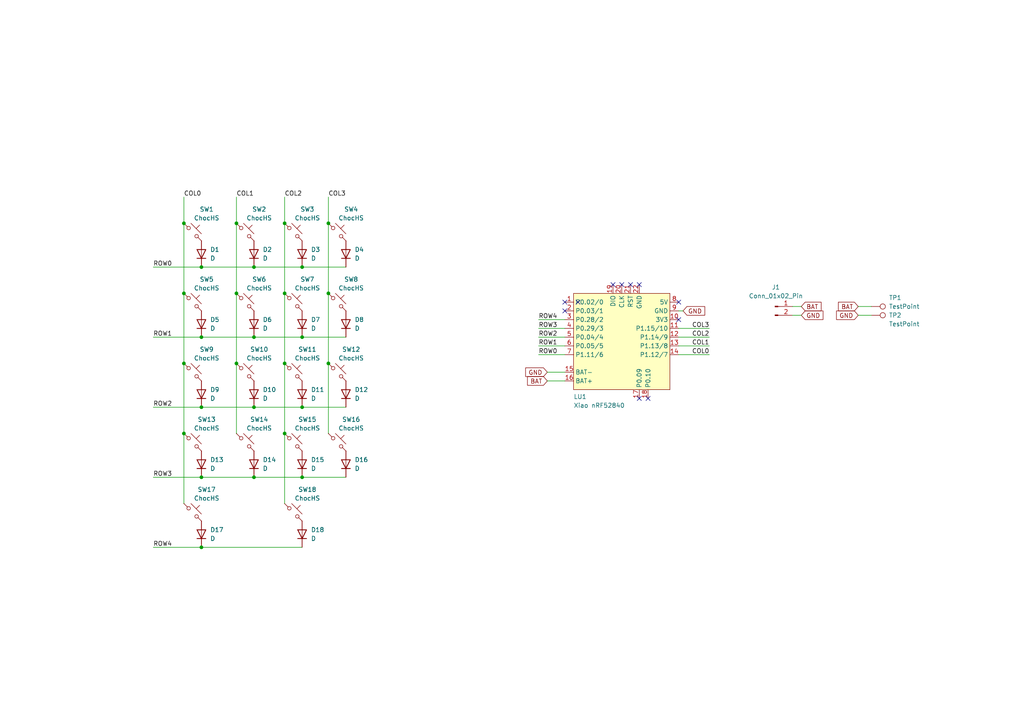
<source format=kicad_sch>
(kicad_sch (version 20250114) (generator "eeschema") (generator_version "9.0")
  (paper "A4")
  (lib_symbols
    (symbol "Connector:Conn_01x02_Pin" (pin_names (offset 1.016) (hide yes))
      (property "Reference" "J" (at 0 2.54 0))
      (property "Value" "Conn_01x02_Pin" (at 0 -5.08 0))
      (symbol "Conn_01x02_Pin_1_1"
        (rectangle (start 0.8636 0.127) (end 0 -0.127) (stroke (width 0.1524)) (fill (type outline)))
        (rectangle (start 0.8636 -2.413) (end 0 -2.667) (stroke (width 0.1524)) (fill (type outline)))
        (polyline (pts (xy 1.27 0) (xy 0.8636 0)) (stroke (width 0.1524)))
        (polyline (pts (xy 1.27 -2.54) (xy 0.8636 -2.54)) (stroke (width 0.1524)))
        (pin passive line (at 5.08 0 180) (length 3.81) (name "Pin_1") (number "1"))
        (pin passive line (at 5.08 -2.54 180) (length 3.81) (name "Pin_2") (number "2"))
      )
    )
    (symbol "Connector:TestPoint" (pin_numbers (hide yes)) (pin_names (offset 0.762) (hide yes))
      (property "Reference" "TP" (at 0 6.858 0))
      (property "Value" "TestPoint" (at 0 5.08 0))
      (symbol "TestPoint_0_1"
        (circle (center 0 3.302) (radius 0.762))
      )
      (symbol "TestPoint_1_1"
        (pin passive line (at 0 0 90) (length 2.54) (name "1") (number "1"))
      )
    )
    (symbol "Device:D" (pin_numbers (hide yes)) (pin_names (offset 1.016) (hide yes))
      (property "Reference" "D" (at 0 2.54 0))
      (property "Value" "D" (at 0 -2.54 0))
      (symbol "D_0_1"
        (polyline (pts (xy -1.27 1.27) (xy -1.27 -1.27)) (stroke (width 0.254)))
        (polyline (pts (xy 1.27 1.27) (xy 1.27 -1.27) (xy -1.27 0) (xy 1.27 1.27)) (stroke (width 0.254)))
        (polyline (pts (xy 1.27 0) (xy -1.27 0)))
      )
      (symbol "D_1_1"
        (pin passive line (at -3.81 0 0) (length 2.54) (name "K") (number "1"))
        (pin passive line (at 3.81 0 180) (length 2.54) (name "A") (number "2"))
      )
    )
    (symbol "PCM_marbastlib-promicroish:Seeeduino_Xiao_nRF52840" (in_bom no)
      (property "Reference" "U" (at -10.16 -12.7 0))
      (property "Value" "Seeeduino Xiao nRF52840" (at -10.16 -15.24 0))
      (symbol "Seeeduino_Xiao_nRF52840_1_0"
        (pin bidirectional line (at -16.51 13.97 0) (length 2.54) (name "P0.02/0") (number "1"))
        (pin bidirectional line (at -16.51 11.43 0) (length 2.54) (name "P0.03/1") (number "2"))
        (pin bidirectional line (at -16.51 8.89 0) (length 2.54) (name "P0.28/2") (number "3"))
        (pin bidirectional line (at -16.51 6.35 0) (length 2.54) (name "P0.29/3") (number "4"))
        (pin bidirectional line (at -16.51 3.81 0) (length 2.54) (name "P0.04/4") (number "5"))
        (pin bidirectional line (at -16.51 1.27 0) (length 2.54) (name "P0.05/5") (number "6"))
        (pin bidirectional line (at -16.51 -1.27 0) (length 2.54) (name "P1.11/6") (number "7"))
        (pin power_in line (at -16.51 -6.35 0) (length 2.54) (name "BAT-") (number "15"))
        (pin power_in line (at -16.51 -8.89 0) (length 2.54) (name "BAT+") (number "16"))
        (pin bidirectional line (at -2.54 19.05 270) (length 2.54) (name "DIO") (number "19"))
        (pin bidirectional line (at 0 19.05 270) (length 2.54) (name "CLK") (number "20"))
        (pin bidirectional line (at 2.54 19.05 270) (length 2.54) (name "RST") (number "21"))
        (pin power_out line (at 5.08 19.05 270) (length 2.54) (name "GND") (number "22"))
        (pin bidirectional line (at 5.08 -13.97 90) (length 2.54) (name "P0.09") (number "17"))
        (pin bidirectional line (at 7.62 -13.97 90) (length 2.54) (name "P0.10") (number "18"))
        (pin power_out line (at 16.51 13.97 180) (length 2.54) (name "5V") (number "8"))
        (pin power_out line (at 16.51 11.43 180) (length 2.54) (name "GND") (number "9"))
        (pin power_out line (at 16.51 8.89 180) (length 2.54) (name "3V3") (number "10"))
        (pin bidirectional line (at 16.51 6.35 180) (length 2.54) (name "P1.15/10") (number "11"))
        (pin bidirectional line (at 16.51 3.81 180) (length 2.54) (name "P1.14/9") (number "12"))
        (pin bidirectional line (at 16.51 1.27 180) (length 2.54) (name "P1.13/8") (number "13"))
        (pin bidirectional line (at 16.51 -1.27 180) (length 2.54) (name "P1.12/7") (number "14"))
      )
      (symbol "Seeeduino_Xiao_nRF52840_1_1"
        (rectangle (start -13.97 16.51) (end 13.97 -11.43) (fill (type background)))
      )
    )
    (symbol "Switch:SW_Push_45deg" (pin_numbers (hide yes)) (pin_names (offset 1.016) (hide yes))
      (property "Reference" "SW" (at 3.048 1.016 0))
      (property "Value" "SW_Push_45deg" (at 0 -3.81 0))
      (symbol "SW_Push_45deg_0_1"
        (polyline (pts (xy -2.54 2.54) (xy -1.524 1.524) (xy -1.524 1.524)))
        (circle (center -1.1684 1.1684) (radius 0.508))
        (polyline (pts (xy -0.508 2.54) (xy 2.54 -0.508)))
        (polyline (pts (xy 1.016 1.016) (xy 2.032 2.032)))
        (circle (center 1.143 -1.1938) (radius 0.508))
        (polyline (pts (xy 1.524 -1.524) (xy 2.54 -2.54) (xy 2.54 -2.54) (xy 2.54 -2.54)))
        (pin passive line (at -2.54 2.54 0) (length 0) (name "1") (number "1"))
        (pin passive line (at 2.54 -2.54 180) (length 0) (name "2") (number "2"))
      )
    )
  )
  (junction (at 73.66 97.79))
  (junction (at 58.42 77.47))
  (junction (at 73.66 138.43))
  (junction (at 58.42 118.11))
  (junction (at 82.55 64.77))
  (junction (at 58.42 158.75))
  (junction (at 68.58 85.09))
  (junction (at 95.25 64.77))
  (junction (at 82.55 105.41))
  (junction (at 87.63 97.79))
  (junction (at 68.58 64.77))
  (junction (at 58.42 138.43))
  (junction (at 53.34 64.77))
  (junction (at 68.58 105.41))
  (junction (at 82.55 125.73))
  (junction (at 53.34 105.41))
  (junction (at 53.34 125.73))
  (junction (at 82.55 85.09))
  (junction (at 73.66 118.11))
  (junction (at 87.63 77.47))
  (junction (at 95.25 85.09))
  (junction (at 73.66 77.47))
  (junction (at 87.63 118.11))
  (junction (at 87.63 138.43))
  (junction (at 58.42 97.79))
  (junction (at 53.34 85.09))
  (junction (at 95.25 105.41))
  (no_connect (at 182.88 82.55))
  (no_connect (at 177.8 82.55))
  (no_connect (at 196.85 87.63))
  (no_connect (at 163.83 87.63))
  (no_connect (at 185.42 82.55))
  (no_connect (at 185.42 115.57))
  (no_connect (at 163.83 90.17))
  (no_connect (at 167.64 87.63))
  (no_connect (at 180.34 82.55))
  (no_connect (at 187.96 115.57))
  (no_connect (at 196.85 92.71))
  (wire (pts (xy 196.85 100.33) (xy 205.74 100.33)))
  (wire (pts (xy 87.63 138.43) (xy 100.33 138.43)))
  (wire (pts (xy 68.58 105.41) (xy 68.58 125.73)))
  (wire (pts (xy 156.21 97.79) (xy 163.83 97.79)))
  (wire (pts (xy 58.42 77.47) (xy 73.66 77.47)))
  (wire (pts (xy 58.42 118.11) (xy 73.66 118.11)))
  (wire (pts (xy 44.45 97.79) (xy 58.42 97.79)))
  (wire (pts (xy 53.34 125.73) (xy 53.34 146.05)))
  (wire (pts (xy 248.92 91.44) (xy 252.73 91.44)))
  (wire (pts (xy 53.34 57.15) (xy 53.34 64.77)))
  (wire (pts (xy 158.75 110.49) (xy 163.83 110.49)))
  (wire (pts (xy 196.85 97.79) (xy 205.74 97.79)))
  (wire (pts (xy 156.21 95.25) (xy 163.83 95.25)))
  (wire (pts (xy 58.42 158.75) (xy 87.63 158.75)))
  (wire (pts (xy 53.34 105.41) (xy 53.34 125.73)))
  (wire (pts (xy 229.87 91.44) (xy 232.41 91.44)))
  (wire (pts (xy 73.66 138.43) (xy 87.63 138.43)))
  (wire (pts (xy 156.21 100.33) (xy 163.83 100.33)))
  (wire (pts (xy 229.87 88.9) (xy 232.41 88.9)))
  (wire (pts (xy 248.92 88.9) (xy 252.73 88.9)))
  (wire (pts (xy 196.85 90.17) (xy 198.12 90.17)))
  (wire (pts (xy 82.55 105.41) (xy 82.55 125.73)))
  (wire (pts (xy 95.25 85.09) (xy 95.25 105.41)))
  (wire (pts (xy 95.25 105.41) (xy 95.25 125.73)))
  (wire (pts (xy 53.34 85.09) (xy 53.34 105.41)))
  (wire (pts (xy 73.66 118.11) (xy 87.63 118.11)))
  (wire (pts (xy 87.63 77.47) (xy 100.33 77.47)))
  (wire (pts (xy 82.55 125.73) (xy 82.55 146.05)))
  (wire (pts (xy 156.21 102.87) (xy 163.83 102.87)))
  (wire (pts (xy 44.45 138.43) (xy 58.42 138.43)))
  (wire (pts (xy 87.63 97.79) (xy 100.33 97.79)))
  (wire (pts (xy 196.85 95.25) (xy 205.74 95.25)))
  (wire (pts (xy 82.55 85.09) (xy 82.55 105.41)))
  (wire (pts (xy 95.25 64.77) (xy 95.25 85.09)))
  (wire (pts (xy 196.85 102.87) (xy 205.74 102.87)))
  (wire (pts (xy 82.55 57.15) (xy 82.55 64.77)))
  (wire (pts (xy 68.58 85.09) (xy 68.58 105.41)))
  (wire (pts (xy 68.58 64.77) (xy 68.58 85.09)))
  (wire (pts (xy 58.42 138.43) (xy 73.66 138.43)))
  (wire (pts (xy 82.55 64.77) (xy 82.55 85.09)))
  (wire (pts (xy 95.25 57.15) (xy 95.25 64.77)))
  (wire (pts (xy 87.63 118.11) (xy 100.33 118.11)))
  (wire (pts (xy 158.75 107.95) (xy 163.83 107.95)))
  (wire (pts (xy 156.21 92.71) (xy 163.83 92.71)))
  (wire (pts (xy 58.42 97.79) (xy 73.66 97.79)))
  (wire (pts (xy 44.45 158.75) (xy 58.42 158.75)))
  (wire (pts (xy 73.66 97.79) (xy 87.63 97.79)))
  (wire (pts (xy 68.58 57.15) (xy 68.58 64.77)))
  (wire (pts (xy 44.45 118.11) (xy 58.42 118.11)))
  (wire (pts (xy 44.45 77.47) (xy 58.42 77.47)))
  (wire (pts (xy 73.66 77.47) (xy 87.63 77.47)))
  (wire (pts (xy 53.34 64.77) (xy 53.34 85.09)))
  (label "ROW0" (at 44.45 77.47 0))
  (label "ROW3" (at 44.45 138.43 0))
  (label "COL0" (at 53.34 57.15 0))
  (label "ROW2" (at 44.45 118.11 0))
  (label "COL1" (at 205.74 100.33 180))
  (label "COL2" (at 205.74 97.79 180))
  (label "COL3" (at 205.74 95.25 180))
  (label "COL0" (at 205.74 102.87 180))
  (label "ROW2" (at 156.21 97.79 0))
  (label "ROW3" (at 156.21 95.25 0))
  (label "COL3" (at 95.25 57.15 0))
  (label "COL2" (at 82.55 57.15 0))
  (label "COL1" (at 68.58 57.15 0))
  (label "ROW0" (at 156.21 102.87 0))
  (label "ROW4" (at 156.21 92.71 0))
  (label "ROW4" (at 44.45 158.75 0))
  (label "ROW1" (at 156.21 100.33 0))
  (label "ROW1" (at 44.45 97.79 0))
  (global_label "GND" (shape input) (at 198.12 90.17 0) (property "Intersheetrefs" "${INTERSHEET_REFS}" (effects (hide yes))))
  (global_label "BAT" (shape input) (at 248.92 88.9 180) (property "Intersheetrefs" "${INTERSHEET_REFS}" (effects (hide yes))))
  (global_label "GND" (shape input) (at 248.92 91.44 180) (property "Intersheetrefs" "${INTERSHEET_REFS}" (effects (hide yes))))
  (global_label "BAT" (shape input) (at 232.41 88.9 0) (property "Intersheetrefs" "${INTERSHEET_REFS}" (effects (hide yes))))
  (global_label "GND" (shape input) (at 158.75 107.95 180) (property "Intersheetrefs" "${INTERSHEET_REFS}" (effects (hide yes))))
  (global_label "GND" (shape input) (at 232.41 91.44 0) (property "Intersheetrefs" "${INTERSHEET_REFS}" (effects (hide yes))))
  (global_label "BAT" (shape input) (at 158.75 110.49 180) (property "Intersheetrefs" "${INTERSHEET_REFS}" (effects (hide yes))))
  (symbol (lib_id "Device:D") (at 58.42 114.3 90) (unit 1)
    (property "Reference" "D9" (at 60.96 113.0299 90) (effects (justify right)))
    (property "Value" "D" (at 60.96 115.5699 90) (effects (justify right)))
    (property "Footprint" "TOTEMlib:Diode_SOD123" (effects (hide yes)))
    (property "Description" "Diode" (effects (hide yes)))
    (property "Sim.Device" "D" (effects (hide yes)))
    (property "Sim.Pins" "1=K 2=A" (effects (hide yes)))
  )
  (symbol (lib_id "Switch:SW_Push_45deg") (at 55.88 87.63 0) (unit 1)
    (property "Reference" "SW5" (at 59.944 81.026 0))
    (property "Value" "ChocHS" (at 59.944 83.566 0))
    (property "Footprint" "pcb-footprints:Kailh_PG1350_1353_Combo_No_Socket" (effects (hide yes)))
  )
  (symbol (lib_id "Device:D") (at 87.63 134.62 90) (unit 1)
    (property "Reference" "D15" (at 90.17 133.3499 90) (effects (justify right)))
    (property "Value" "D" (at 90.17 135.8899 90) (effects (justify right)))
    (property "Footprint" "TOTEMlib:Diode_SOD123" (effects (hide yes)))
    (property "Description" "Diode" (effects (hide yes)))
    (property "Sim.Device" "D" (effects (hide yes)))
    (property "Sim.Pins" "1=K 2=A" (effects (hide yes)))
  )
  (symbol (lib_id "Device:D") (at 73.66 134.62 90) (unit 1)
    (property "Reference" "D14" (at 76.2 133.3499 90) (effects (justify right)))
    (property "Value" "D" (at 76.2 135.8899 90) (effects (justify right)))
    (property "Footprint" "TOTEMlib:Diode_SOD123" (effects (hide yes)))
    (property "Description" "Diode" (effects (hide yes)))
    (property "Sim.Device" "D" (effects (hide yes)))
    (property "Sim.Pins" "1=K 2=A" (effects (hide yes)))
  )
  (symbol (lib_id "Device:D") (at 58.42 134.62 90) (unit 1)
    (property "Reference" "D13" (at 60.96 133.3499 90) (effects (justify right)))
    (property "Value" "D" (at 60.96 135.8899 90) (effects (justify right)))
    (property "Footprint" "TOTEMlib:Diode_SOD123" (effects (hide yes)))
    (property "Description" "Diode" (effects (hide yes)))
    (property "Sim.Device" "D" (effects (hide yes)))
    (property "Sim.Pins" "1=K 2=A" (effects (hide yes)))
  )
  (symbol (lib_id "Switch:SW_Push_45deg") (at 97.79 87.63 0) (unit 1)
    (property "Reference" "SW8" (at 101.854 81.026 0))
    (property "Value" "ChocHS" (at 101.854 83.566 0))
    (property "Footprint" "pcb-footprints:Kailh_PG1350_1353_Combo_No_Socket" (effects (hide yes)))
  )
  (symbol (lib_id "Connector:TestPoint") (at 252.73 88.9 270) (unit 1)
    (property "Reference" "TP1" (at 257.81 86.36 90) (effects (justify left)))
    (property "Value" "TestPoint" (at 257.81 88.9 90) (effects (justify left)))
    (property "Footprint" "TestPoint:TestPoint_Pad_D2.0mm" (effects (hide yes)))
    (property "Description" "test point" (effects (hide yes)))
  )
  (symbol (lib_id "Device:D") (at 73.66 93.98 90) (unit 1)
    (property "Reference" "D6" (at 76.2 92.7099 90) (effects (justify right)))
    (property "Value" "D" (at 76.2 95.2499 90) (effects (justify right)))
    (property "Footprint" "TOTEMlib:Diode_SOD123" (effects (hide yes)))
    (property "Description" "Diode" (effects (hide yes)))
    (property "Sim.Device" "D" (effects (hide yes)))
    (property "Sim.Pins" "1=K 2=A" (effects (hide yes)))
  )
  (symbol (lib_id "Switch:SW_Push_45deg") (at 55.88 148.59 0) (unit 1)
    (property "Reference" "SW17" (at 59.944 141.986 0))
    (property "Value" "ChocHS" (at 59.944 144.526 0))
    (property "Footprint" "pcb-footprints:Kailh_PG1350_1353_Combo_No_Socket" (effects (hide yes)))
  )
  (symbol (lib_id "Switch:SW_Push_45deg") (at 71.12 67.31 0) (unit 1)
    (property "Reference" "SW2" (at 75.184 60.706 0))
    (property "Value" "ChocHS" (at 75.184 63.246 0))
    (property "Footprint" "pcb-footprints:Kailh_PG1350_1353_Combo_No_Socket" (effects (hide yes)))
  )
  (symbol (lib_id "Device:D") (at 100.33 114.3 90) (unit 1)
    (property "Reference" "D12" (at 102.87 113.0299 90) (effects (justify right)))
    (property "Value" "D" (at 102.87 115.5699 90) (effects (justify right)))
    (property "Footprint" "TOTEMlib:Diode_SOD123" (effects (hide yes)))
    (property "Description" "Diode" (effects (hide yes)))
    (property "Sim.Device" "D" (effects (hide yes)))
    (property "Sim.Pins" "1=K 2=A" (effects (hide yes)))
  )
  (symbol (lib_id "Device:D") (at 73.66 114.3 90) (unit 1)
    (property "Reference" "D10" (at 76.2 113.0299 90) (effects (justify right)))
    (property "Value" "D" (at 76.2 115.5699 90) (effects (justify right)))
    (property "Footprint" "TOTEMlib:Diode_SOD123" (effects (hide yes)))
    (property "Description" "Diode" (effects (hide yes)))
    (property "Sim.Device" "D" (effects (hide yes)))
    (property "Sim.Pins" "1=K 2=A" (effects (hide yes)))
  )
  (symbol (lib_id "Switch:SW_Push_45deg") (at 97.79 107.95 0) (unit 1)
    (property "Reference" "SW12" (at 101.854 101.346 0))
    (property "Value" "ChocHS" (at 101.854 103.886 0))
    (property "Footprint" "pcb-footprints:Kailh_PG1350_1353_Combo_No_Socket" (effects (hide yes)))
  )
  (symbol (lib_id "Device:D") (at 58.42 93.98 90) (unit 1)
    (property "Reference" "D5" (at 60.96 92.7099 90) (effects (justify right)))
    (property "Value" "D" (at 60.96 95.2499 90) (effects (justify right)))
    (property "Footprint" "TOTEMlib:Diode_SOD123" (effects (hide yes)))
    (property "Description" "Diode" (effects (hide yes)))
    (property "Sim.Device" "D" (effects (hide yes)))
    (property "Sim.Pins" "1=K 2=A" (effects (hide yes)))
  )
  (symbol (lib_id "Device:D") (at 58.42 73.66 90) (unit 1)
    (property "Reference" "D1" (at 60.96 72.3899 90) (effects (justify right)))
    (property "Value" "D" (at 60.96 74.9299 90) (effects (justify right)))
    (property "Footprint" "TOTEMlib:Diode_SOD123" (effects (hide yes)))
    (property "Description" "Diode" (effects (hide yes)))
    (property "Sim.Device" "D" (effects (hide yes)))
    (property "Sim.Pins" "1=K 2=A" (effects (hide yes)))
  )
  (symbol (lib_id "Device:D") (at 87.63 154.94 90) (unit 1)
    (property "Reference" "D18" (at 90.17 153.6699 90) (effects (justify right)))
    (property "Value" "D" (at 90.17 156.2099 90) (effects (justify right)))
    (property "Footprint" "TOTEMlib:Diode_SOD123" (effects (hide yes)))
    (property "Description" "Diode" (effects (hide yes)))
    (property "Sim.Device" "D" (effects (hide yes)))
    (property "Sim.Pins" "1=K 2=A" (effects (hide yes)))
  )
  (symbol (lib_id "Device:D") (at 100.33 134.62 90) (unit 1)
    (property "Reference" "D16" (at 102.87 133.3499 90) (effects (justify right)))
    (property "Value" "D" (at 102.87 135.8899 90) (effects (justify right)))
    (property "Footprint" "TOTEMlib:Diode_SOD123" (effects (hide yes)))
    (property "Description" "Diode" (effects (hide yes)))
    (property "Sim.Device" "D" (effects (hide yes)))
    (property "Sim.Pins" "1=K 2=A" (effects (hide yes)))
  )
  (symbol (lib_id "Device:D") (at 73.66 73.66 90) (unit 1)
    (property "Reference" "D2" (at 76.2 72.3899 90) (effects (justify right)))
    (property "Value" "D" (at 76.2 74.9299 90) (effects (justify right)))
    (property "Footprint" "TOTEMlib:Diode_SOD123" (effects (hide yes)))
    (property "Description" "Diode" (effects (hide yes)))
    (property "Sim.Device" "D" (effects (hide yes)))
    (property "Sim.Pins" "1=K 2=A" (effects (hide yes)))
  )
  (symbol (lib_id "Switch:SW_Push_45deg") (at 97.79 67.31 0) (unit 1)
    (property "Reference" "SW4" (at 101.854 60.706 0))
    (property "Value" "ChocHS" (at 101.854 63.246 0))
    (property "Footprint" "pcb-footprints:Kailh_PG1350_1353_Combo_No_Socket" (effects (hide yes)))
  )
  (symbol (lib_id "Device:D") (at 87.63 93.98 90) (unit 1)
    (property "Reference" "D7" (at 90.17 92.7099 90) (effects (justify right)))
    (property "Value" "D" (at 90.17 95.2499 90) (effects (justify right)))
    (property "Footprint" "TOTEMlib:Diode_SOD123" (effects (hide yes)))
    (property "Description" "Diode" (effects (hide yes)))
    (property "Sim.Device" "D" (effects (hide yes)))
    (property "Sim.Pins" "1=K 2=A" (effects (hide yes)))
  )
  (symbol (lib_id "Switch:SW_Push_45deg") (at 85.09 128.27 0) (unit 1)
    (property "Reference" "SW15" (at 89.154 121.666 0))
    (property "Value" "ChocHS" (at 89.154 124.206 0))
    (property "Footprint" "pcb-footprints:Kailh_PG1350_1353_Combo_No_Socket" (effects (hide yes)))
  )
  (symbol (lib_id "Switch:SW_Push_45deg") (at 85.09 67.31 0) (unit 1)
    (property "Reference" "SW3" (at 89.154 60.706 0))
    (property "Value" "ChocHS" (at 89.154 63.246 0))
    (property "Footprint" "pcb-footprints:Kailh_PG1350_1353_Combo_No_Socket" (effects (hide yes)))
  )
  (symbol (lib_id "Connector:TestPoint") (at 252.73 91.44 270) (unit 1)
    (property "Reference" "TP2" (at 257.81 91.44 90) (effects (justify left)))
    (property "Value" "TestPoint" (at 257.81 93.98 90) (effects (justify left)))
    (property "Footprint" "TestPoint:TestPoint_Pad_D2.0mm" (effects (hide yes)))
    (property "Description" "test point" (effects (hide yes)))
  )
  (symbol (lib_id "Switch:SW_Push_45deg") (at 55.88 107.95 0) (unit 1)
    (property "Reference" "SW9" (at 59.944 101.346 0))
    (property "Value" "ChocHS" (at 59.944 103.886 0))
    (property "Footprint" "pcb-footprints:Kailh_PG1350_1353_Combo_No_Socket" (effects (hide yes)))
  )
  (symbol (lib_id "Device:D") (at 87.63 114.3 90) (unit 1)
    (property "Reference" "D11" (at 90.17 113.0299 90) (effects (justify right)))
    (property "Value" "D" (at 90.17 115.5699 90) (effects (justify right)))
    (property "Footprint" "TOTEMlib:Diode_SOD123" (effects (hide yes)))
    (property "Description" "Diode" (effects (hide yes)))
    (property "Sim.Device" "D" (effects (hide yes)))
    (property "Sim.Pins" "1=K 2=A" (effects (hide yes)))
  )
  (symbol (lib_id "Switch:SW_Push_45deg") (at 55.88 128.27 0) (unit 1)
    (property "Reference" "SW13" (at 59.944 121.666 0))
    (property "Value" "ChocHS" (at 59.944 124.206 0))
    (property "Footprint" "pcb-footprints:Kailh_PG1350_1353_Combo_No_Socket" (effects (hide yes)))
  )
  (symbol (lib_id "Device:D") (at 100.33 93.98 90) (unit 1)
    (property "Reference" "D8" (at 102.87 92.7099 90) (effects (justify right)))
    (property "Value" "D" (at 102.87 95.2499 90) (effects (justify right)))
    (property "Footprint" "TOTEMlib:Diode_SOD123" (effects (hide yes)))
    (property "Description" "Diode" (effects (hide yes)))
    (property "Sim.Device" "D" (effects (hide yes)))
    (property "Sim.Pins" "1=K 2=A" (effects (hide yes)))
  )
  (symbol (lib_id "Device:D") (at 58.42 154.94 90) (unit 1)
    (property "Reference" "D17" (at 60.96 153.6699 90) (effects (justify right)))
    (property "Value" "D" (at 60.96 156.2099 90) (effects (justify right)))
    (property "Footprint" "TOTEMlib:Diode_SOD123" (effects (hide yes)))
    (property "Description" "Diode" (effects (hide yes)))
    (property "Sim.Device" "D" (effects (hide yes)))
    (property "Sim.Pins" "1=K 2=A" (effects (hide yes)))
  )
  (symbol (lib_id "Switch:SW_Push_45deg") (at 71.12 107.95 0) (unit 1)
    (property "Reference" "SW10" (at 75.184 101.346 0))
    (property "Value" "ChocHS" (at 75.184 103.886 0))
    (property "Footprint" "pcb-footprints:Kailh_PG1350_1353_Combo_No_Socket" (effects (hide yes)))
  )
  (symbol (lib_id "PCM_marbastlib-promicroish:Seeeduino_Xiao_nRF52840") (at 180.34 101.6 0) (unit 1) (in_bom no)
    (property "Reference" "LU1" (at 166.37 115.062 0) (effects (justify left)))
    (property "Value" "Xiao nRF52840" (at 166.37 117.602 0) (effects (justify left)))
    (property "Footprint" "pcb-footprints:xiao-ble-smd-cutout-aternate" (effects (hide yes)))
    (property "Description" "Symbol for a Seeeduino Xiao nRF52840" (effects (hide yes)))
  )
  (symbol (lib_id "Device:D") (at 87.63 73.66 90) (unit 1)
    (property "Reference" "D3" (at 90.17 72.3899 90) (effects (justify right)))
    (property "Value" "D" (at 90.17 74.9299 90) (effects (justify right)))
    (property "Footprint" "TOTEMlib:Diode_SOD123" (effects (hide yes)))
    (property "Description" "Diode" (effects (hide yes)))
    (property "Sim.Device" "D" (effects (hide yes)))
    (property "Sim.Pins" "1=K 2=A" (effects (hide yes)))
  )
  (symbol (lib_id "Connector:Conn_01x02_Pin") (at 224.79 88.9 0) (unit 1)
    (property "Reference" "J1" (at 225.044 83.312 0))
    (property "Value" "Conn_01x02_Pin" (at 225.044 85.852 0))
    (property "Footprint" "Connector_JST:JST_ACH_BM02B-ACHSS-GAN-ETF_1x02-1MP_P1.20mm_Vertical" (effects (hide yes)))
    (property "Description" "Generic connector, single row, 01x02, script generated" (effects (hide yes)))
  )
  (symbol (lib_id "Switch:SW_Push_45deg") (at 85.09 148.59 0) (unit 1)
    (property "Reference" "SW18" (at 89.154 141.986 0))
    (property "Value" "ChocHS" (at 89.154 144.526 0))
    (property "Footprint" "pcb-footprints:Kailh_PG1350_1353_Combo_No_Socket" (effects (hide yes)))
  )
  (symbol (lib_id "Device:D") (at 100.33 73.66 90) (unit 1)
    (property "Reference" "D4" (at 102.87 72.3899 90) (effects (justify right)))
    (property "Value" "D" (at 102.87 74.9299 90) (effects (justify right)))
    (property "Footprint" "TOTEMlib:Diode_SOD123" (effects (hide yes)))
    (property "Description" "Diode" (effects (hide yes)))
    (property "Sim.Device" "D" (effects (hide yes)))
    (property "Sim.Pins" "1=K 2=A" (effects (hide yes)))
  )
  (symbol (lib_id "Switch:SW_Push_45deg") (at 71.12 128.27 0) (unit 1)
    (property "Reference" "SW14" (at 75.184 121.666 0))
    (property "Value" "ChocHS" (at 75.184 124.206 0))
    (property "Footprint" "pcb-footprints:Kailh_PG1350_1353_Combo_No_Socket" (effects (hide yes)))
  )
  (symbol (lib_id "Switch:SW_Push_45deg") (at 55.88 67.31 0) (unit 1)
    (property "Reference" "SW1" (at 59.944 60.706 0))
    (property "Value" "ChocHS" (at 59.944 63.246 0))
    (property "Footprint" "pcb-footprints:Kailh_PG1350_1353_Combo_No_Socket" (effects (hide yes)))
  )
  (symbol (lib_id "Switch:SW_Push_45deg") (at 85.09 107.95 0) (unit 1)
    (property "Reference" "SW11" (at 89.154 101.346 0))
    (property "Value" "ChocHS" (at 89.154 103.886 0))
    (property "Footprint" "pcb-footprints:Kailh_PG1350_1353_Combo_No_Socket" (effects (hide yes)))
  )
  (symbol (lib_id "Switch:SW_Push_45deg") (at 97.79 128.27 0) (unit 1)
    (property "Reference" "SW16" (at 101.854 121.666 0))
    (property "Value" "ChocHS" (at 101.854 124.206 0))
    (property "Footprint" "pcb-footprints:Kailh_PG1350_1353_Combo_No_Socket" (effects (hide yes)))
  )
  (symbol (lib_id "Switch:SW_Push_45deg") (at 85.09 87.63 0) (unit 1)
    (property "Reference" "SW7" (at 89.154 81.026 0))
    (property "Value" "ChocHS" (at 89.154 83.566 0))
    (property "Footprint" "pcb-footprints:Kailh_PG1350_1353_Combo_No_Socket" (effects (hide yes)))
  )
  (symbol (lib_id "Switch:SW_Push_45deg") (at 71.12 87.63 0) (unit 1)
    (property "Reference" "SW6" (at 75.184 81.026 0))
    (property "Value" "ChocHS" (at 75.184 83.566 0))
    (property "Footprint" "pcb-footprints:Kailh_PG1350_1353_Combo_No_Socket" (effects (hide yes)))
  )
)
</source>
